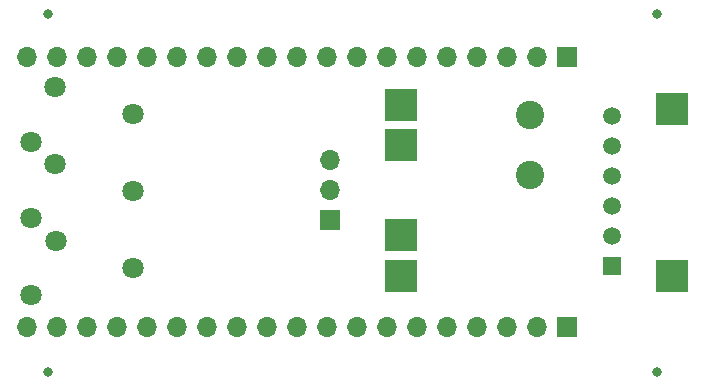
<source format=gbr>
%TF.GenerationSoftware,KiCad,Pcbnew,(7.0.0)*%
%TF.CreationDate,2023-03-09T18:41:40-05:00*%
%TF.ProjectId,Intervalometer,496e7465-7276-4616-9c6f-6d657465722e,rev?*%
%TF.SameCoordinates,Original*%
%TF.FileFunction,Copper,L1,Top*%
%TF.FilePolarity,Positive*%
%FSLAX46Y46*%
G04 Gerber Fmt 4.6, Leading zero omitted, Abs format (unit mm)*
G04 Created by KiCad (PCBNEW (7.0.0)) date 2023-03-09 18:41:40*
%MOMM*%
%LPD*%
G01*
G04 APERTURE LIST*
%TA.AperFunction,ComponentPad*%
%ADD10R,1.530000X1.530000*%
%TD*%
%TA.AperFunction,ComponentPad*%
%ADD11C,1.530000*%
%TD*%
%TA.AperFunction,ComponentPad*%
%ADD12R,1.508000X1.508000*%
%TD*%
%TA.AperFunction,ComponentPad*%
%ADD13C,1.508000*%
%TD*%
%TA.AperFunction,ComponentPad*%
%ADD14C,2.400000*%
%TD*%
%TA.AperFunction,ComponentPad*%
%ADD15R,1.700000X1.700000*%
%TD*%
%TA.AperFunction,ComponentPad*%
%ADD16O,1.700000X1.700000*%
%TD*%
%TA.AperFunction,ComponentPad*%
%ADD17R,2.800000X2.800000*%
%TD*%
%TA.AperFunction,ComponentPad*%
%ADD18C,1.800000*%
%TD*%
%TA.AperFunction,ViaPad*%
%ADD19C,0.800000*%
%TD*%
G04 APERTURE END LIST*
D10*
%TO.P,U2,1,3V3*%
%TO.N,+3.3V*%
X152389999Y-76189999D03*
D11*
%TO.P,U2,2,EN*%
%TO.N,Net-(J9-Pin_2)*%
X149850000Y-76190000D03*
%TO.P,U2,3,SENSOR_VP*%
%TO.N,Net-(J9-Pin_3)*%
X147310000Y-76190000D03*
%TO.P,U2,4,SENSOR_VN*%
%TO.N,Net-(J9-Pin_4)*%
X144770000Y-76190000D03*
%TO.P,U2,5,IO34*%
%TO.N,Net-(J9-Pin_5)*%
X142230000Y-76190000D03*
%TO.P,U2,6,IO35*%
%TO.N,Net-(J9-Pin_6)*%
X139690000Y-76190000D03*
%TO.P,U2,7,IO32*%
%TO.N,Net-(J9-Pin_7)*%
X137150000Y-76190000D03*
%TO.P,U2,8,IO33*%
%TO.N,Net-(J9-Pin_8)*%
X134610000Y-76190000D03*
%TO.P,U2,9,IO25*%
%TO.N,Net-(J9-Pin_9)*%
X132070000Y-76190000D03*
%TO.P,U2,10,IO26*%
%TO.N,Net-(J9-Pin_10)*%
X129530000Y-76190000D03*
%TO.P,U2,11,IO27*%
%TO.N,Net-(J9-Pin_11)*%
X126990000Y-76190000D03*
%TO.P,U2,12,IO14*%
%TO.N,Net-(J9-Pin_12)*%
X124450000Y-76190000D03*
%TO.P,U2,13,IO12*%
%TO.N,Net-(J9-Pin_13)*%
X121910000Y-76190000D03*
%TO.P,U2,14,GND1*%
%TO.N,GND*%
X119370000Y-76190000D03*
%TO.P,U2,15,IO13*%
%TO.N,Net-(J9-Pin_15)*%
X116830000Y-76190000D03*
%TO.P,U2,16,SD2*%
%TO.N,Net-(J9-Pin_16)*%
X114290000Y-76190000D03*
%TO.P,U2,17,SD3*%
%TO.N,Net-(J9-Pin_17)*%
X111750000Y-76190000D03*
%TO.P,U2,18,CMD*%
%TO.N,Net-(J9-Pin_18)*%
X109210000Y-76190000D03*
%TO.P,U2,19,EXT_5V*%
%TO.N,+5V*%
X106670000Y-76190000D03*
%TO.P,U2,20,CLK*%
%TO.N,Net-(J10-Pin_19)*%
X106670000Y-99050000D03*
%TO.P,U2,21,SD0*%
%TO.N,Net-(J10-Pin_18)*%
X109210000Y-99050000D03*
%TO.P,U2,22,SD1*%
%TO.N,Net-(J10-Pin_17)*%
X111750000Y-99050000D03*
%TO.P,U2,23,IO15*%
%TO.N,Net-(J10-Pin_16)*%
X114290000Y-99050000D03*
%TO.P,U2,24,IO2*%
%TO.N,Net-(J10-Pin_15)*%
X116830000Y-99050000D03*
%TO.P,U2,25,IO0*%
%TO.N,Net-(J10-Pin_14)*%
X119370000Y-99050000D03*
%TO.P,U2,26,IO4*%
%TO.N,+3.3V*%
X121910000Y-99050000D03*
%TO.P,U2,27,IO16*%
%TO.N,Net-(J10-Pin_12)*%
X124450000Y-99050000D03*
%TO.P,U2,28,IO17*%
%TO.N,Net-(J10-Pin_11)*%
X126990000Y-99050000D03*
%TO.P,U2,29,IO5*%
%TO.N,Net-(J10-Pin_10)*%
X129530000Y-99050000D03*
%TO.P,U2,30,IO18*%
%TO.N,Net-(J10-Pin_9)*%
X132070000Y-99050000D03*
%TO.P,U2,31,IO19*%
%TO.N,Net-(J10-Pin_8)*%
X134610000Y-99050000D03*
%TO.P,U2,32,GND2*%
%TO.N,GND*%
X137150000Y-99050000D03*
%TO.P,U2,33,IO21*%
%TO.N,Net-(J10-Pin_6)*%
X139690000Y-99050000D03*
%TO.P,U2,34,RXD0*%
%TO.N,Net-(J10-Pin_5)*%
X142230000Y-99050000D03*
%TO.P,U2,35,TXD0*%
%TO.N,Net-(J10-Pin_4)*%
X144770000Y-99050000D03*
%TO.P,U2,36,IO22*%
%TO.N,Net-(J10-Pin_3)*%
X147310000Y-99050000D03*
%TO.P,U2,37,IO23*%
%TO.N,Net-(J10-Pin_2)*%
X149850000Y-99050000D03*
%TO.P,U2,38,GND3*%
%TO.N,GND*%
X152390000Y-99050000D03*
%TD*%
D12*
%TO.P,U1,1,32K*%
%TO.N,unconnected-(U1-32K-Pad1)*%
X156206450Y-93876524D03*
D13*
%TO.P,U1,2,SQW*%
%TO.N,unconnected-(U1-SQW-Pad2)*%
X156206451Y-91336525D03*
%TO.P,U1,3,SCL*%
%TO.N,Net-(J10-Pin_3)*%
X156206451Y-88796525D03*
%TO.P,U1,4,SDA*%
%TO.N,Net-(J10-Pin_6)*%
X156206451Y-86256525D03*
%TO.P,U1,5,VCC*%
%TO.N,+3.3V*%
X156206451Y-83716525D03*
%TO.P,U1,6,GND*%
%TO.N,GND*%
X156206451Y-81176525D03*
%TD*%
D14*
%TO.P,J6,1,Pin_1*%
%TO.N,Net-(J12-Pin_1)*%
X149263100Y-81108811D03*
%TD*%
%TO.P,J5,1,Pin_1*%
%TO.N,Net-(J14-Pin_1)*%
X149263100Y-86188811D03*
%TD*%
D15*
%TO.P,J10,1,Pin_1*%
%TO.N,GND*%
X152399999Y-99059999D03*
D16*
%TO.P,J10,2,Pin_2*%
%TO.N,Net-(J10-Pin_2)*%
X149859999Y-99059999D03*
%TO.P,J10,3,Pin_3*%
%TO.N,Net-(J10-Pin_3)*%
X147319999Y-99059999D03*
%TO.P,J10,4,Pin_4*%
%TO.N,Net-(J10-Pin_4)*%
X144779999Y-99059999D03*
%TO.P,J10,5,Pin_5*%
%TO.N,Net-(J10-Pin_5)*%
X142239999Y-99059999D03*
%TO.P,J10,6,Pin_6*%
%TO.N,Net-(J10-Pin_6)*%
X139699999Y-99059999D03*
%TO.P,J10,7,Pin_7*%
%TO.N,GND*%
X137159999Y-99059999D03*
%TO.P,J10,8,Pin_8*%
%TO.N,Net-(J10-Pin_8)*%
X134619999Y-99059999D03*
%TO.P,J10,9,Pin_9*%
%TO.N,Net-(J10-Pin_9)*%
X132079999Y-99059999D03*
%TO.P,J10,10,Pin_10*%
%TO.N,Net-(J10-Pin_10)*%
X129539999Y-99059999D03*
%TO.P,J10,11,Pin_11*%
%TO.N,Net-(J10-Pin_11)*%
X126999999Y-99059999D03*
%TO.P,J10,12,Pin_12*%
%TO.N,Net-(J10-Pin_12)*%
X124459999Y-99059999D03*
%TO.P,J10,13,Pin_13*%
%TO.N,+3.3V*%
X121919999Y-99059999D03*
%TO.P,J10,14,Pin_14*%
%TO.N,Net-(J10-Pin_14)*%
X119379999Y-99059999D03*
%TO.P,J10,15,Pin_15*%
%TO.N,Net-(J10-Pin_15)*%
X116839999Y-99059999D03*
%TO.P,J10,16,Pin_16*%
%TO.N,Net-(J10-Pin_16)*%
X114299999Y-99059999D03*
%TO.P,J10,17,Pin_17*%
%TO.N,Net-(J10-Pin_17)*%
X111759999Y-99059999D03*
%TO.P,J10,18,Pin_18*%
%TO.N,Net-(J10-Pin_18)*%
X109219999Y-99059999D03*
%TO.P,J10,19,Pin_19*%
%TO.N,Net-(J10-Pin_19)*%
X106679999Y-99059999D03*
%TD*%
D15*
%TO.P,J9,1,Pin_1*%
%TO.N,+3.3V*%
X152399999Y-76199999D03*
D16*
%TO.P,J9,2,Pin_2*%
%TO.N,Net-(J9-Pin_2)*%
X149859999Y-76199999D03*
%TO.P,J9,3,Pin_3*%
%TO.N,Net-(J9-Pin_3)*%
X147319999Y-76199999D03*
%TO.P,J9,4,Pin_4*%
%TO.N,Net-(J9-Pin_4)*%
X144779999Y-76199999D03*
%TO.P,J9,5,Pin_5*%
%TO.N,Net-(J9-Pin_5)*%
X142239999Y-76199999D03*
%TO.P,J9,6,Pin_6*%
%TO.N,Net-(J9-Pin_6)*%
X139699999Y-76199999D03*
%TO.P,J9,7,Pin_7*%
%TO.N,Net-(J9-Pin_7)*%
X137159999Y-76199999D03*
%TO.P,J9,8,Pin_8*%
%TO.N,Net-(J9-Pin_8)*%
X134619999Y-76199999D03*
%TO.P,J9,9,Pin_9*%
%TO.N,Net-(J9-Pin_9)*%
X132079999Y-76199999D03*
%TO.P,J9,10,Pin_10*%
%TO.N,Net-(J9-Pin_10)*%
X129539999Y-76199999D03*
%TO.P,J9,11,Pin_11*%
%TO.N,Net-(J9-Pin_11)*%
X126999999Y-76199999D03*
%TO.P,J9,12,Pin_12*%
%TO.N,Net-(J9-Pin_12)*%
X124459999Y-76199999D03*
%TO.P,J9,13,Pin_13*%
%TO.N,Net-(J9-Pin_13)*%
X121919999Y-76199999D03*
%TO.P,J9,14,Pin_14*%
%TO.N,GND*%
X119379999Y-76199999D03*
%TO.P,J9,15,Pin_15*%
%TO.N,Net-(J9-Pin_15)*%
X116839999Y-76199999D03*
%TO.P,J9,16,Pin_16*%
%TO.N,Net-(J9-Pin_16)*%
X114299999Y-76199999D03*
%TO.P,J9,17,Pin_17*%
%TO.N,Net-(J9-Pin_17)*%
X111759999Y-76199999D03*
%TO.P,J9,18,Pin_18*%
%TO.N,Net-(J9-Pin_18)*%
X109219999Y-76199999D03*
%TO.P,J9,19,Pin_19*%
%TO.N,+5V*%
X106679999Y-76199999D03*
%TD*%
D15*
%TO.P,J14,1,Pin_1*%
%TO.N,Net-(J14-Pin_1)*%
X138383437Y-91262263D03*
%TD*%
%TO.P,J13,1,Pin_1*%
%TO.N,+4V*%
X138390983Y-94769935D03*
%TD*%
%TO.P,J12,1,Pin_1*%
%TO.N,Net-(J12-Pin_1)*%
X138357667Y-83674214D03*
%TD*%
%TO.P,J11,1,Pin_1*%
%TO.N,GND*%
X138389337Y-80265283D03*
%TD*%
%TO.P,J7,1,Pin_1*%
%TO.N,GND*%
X161236544Y-80557198D03*
%TD*%
%TO.P,J8,1,Pin_1*%
%TO.N,Net-(J8-Pin_1)*%
X161250993Y-94780291D03*
%TD*%
%TO.P,J4,1,Pin_1*%
%TO.N,+4V*%
X132382790Y-90035467D03*
D16*
%TO.P,J4,2,Pin_2*%
%TO.N,GND*%
X132382790Y-87495467D03*
%TO.P,J4,3,Pin_3*%
%TO.N,+5V*%
X132382790Y-84955467D03*
%TD*%
D17*
%TO.P,U3,1,in_USB_5v*%
%TO.N,Net-(J8-Pin_1)*%
X161267858Y-94770044D03*
%TO.P,U3,2,GND*%
%TO.N,GND*%
X161267858Y-80570044D03*
%TO.P,U3,3,Out_+*%
%TO.N,+4V*%
X138367858Y-94770044D03*
%TO.P,U3,4,Out_-*%
%TO.N,GND*%
X138367858Y-80270044D03*
%TO.P,U3,5,Bat_+*%
%TO.N,Net-(J14-Pin_1)*%
X138367858Y-91270044D03*
%TO.P,U3,6,Bat_-*%
%TO.N,Net-(J12-Pin_1)*%
X138367858Y-83670044D03*
%TD*%
D18*
%TO.P,J1,R*%
%TO.N,unconnected-(J1-PadR)*%
X109071992Y-85219026D03*
%TO.P,J1,S*%
%TO.N,GND*%
X107025855Y-89823643D03*
%TO.P,J1,T*%
%TO.N,Net-(Q2-C)*%
X115656745Y-87513036D03*
%TD*%
%TO.P,J3,R*%
%TO.N,unconnected-(J3-PadR)*%
X109116876Y-91741977D03*
%TO.P,J3,S*%
%TO.N,GND*%
X107070739Y-96346594D03*
%TO.P,J3,T*%
%TO.N,Net-(J3-PadT)*%
X115701629Y-94035987D03*
%TD*%
%TO.P,J2,R*%
%TO.N,unconnected-(J2-PadR)*%
X109071992Y-78749274D03*
%TO.P,J2,S*%
%TO.N,GND*%
X107025855Y-83353891D03*
%TO.P,J2,T*%
%TO.N,Net-(Q1-C)*%
X115656745Y-81043284D03*
%TD*%
D19*
%TO.N,*%
X108456214Y-72555239D03*
X108448526Y-102872975D03*
X160060917Y-102861341D03*
X160074556Y-72555239D03*
%TD*%
M02*

</source>
